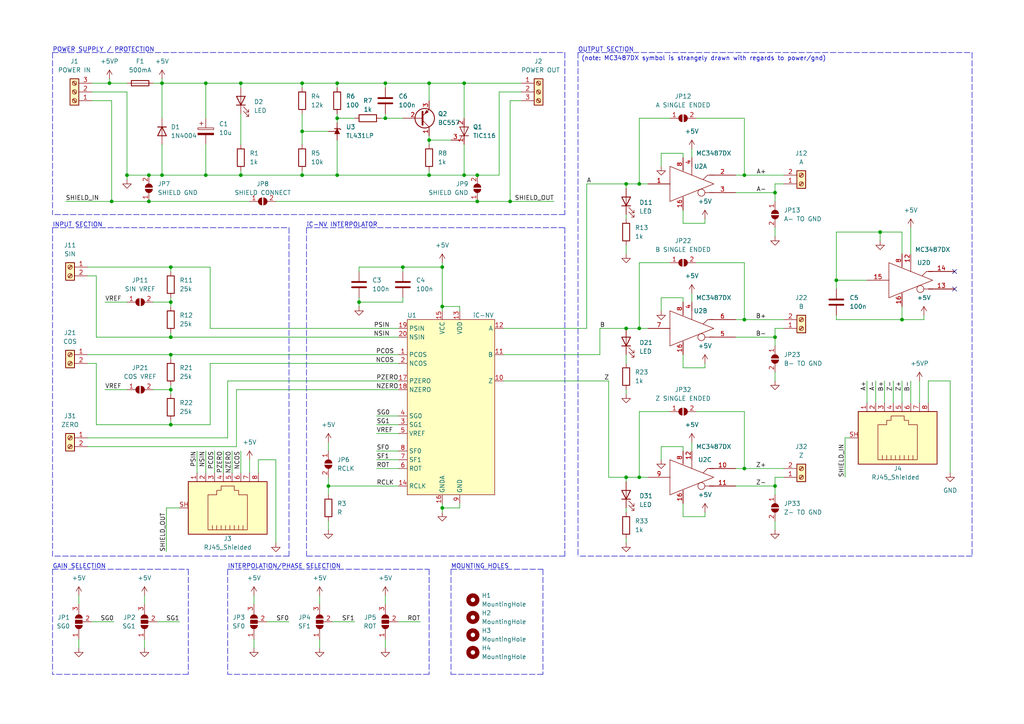
<source format=kicad_sch>
(kicad_sch (version 20211123) (generator eeschema)
  (paper "A4")
  (title_block (title "Sin Cos Interpolator") (date "2024-10-13") (rev "d") (company "Finngineering"))
  (junction (at 242.57 81.28))
  (junction (at 128.27 77.47))
  (junction (at 124.46 24.13))
  (junction (at 59.69 50.8))
  (junction (at 49.53 87.63))
  (junction (at 97.79 50.8))
  (junction (at 134.62 24.13))
  (junction (at 69.85 24.13))
  (junction (at 116.84 77.47))
  (junction (at 181.61 138.43))
  (junction (at 138.43 58.42))
  (junction (at 185.42 53.34))
  (junction (at 43.18 50.8))
  (junction (at 128.27 147.32))
  (junction (at 31.75 24.13))
  (junction (at 87.63 24.13))
  (junction (at 69.85 50.8))
  (junction (at 49.53 123.19))
  (junction (at 46.99 24.13))
  (junction (at 95.25 140.97))
  (junction (at 49.53 113.03))
  (junction (at 36.83 50.8))
  (junction (at 49.53 77.47))
  (junction (at 147.955 58.42))
  (junction (at 185.42 95.25))
  (junction (at 32.385 58.42))
  (junction (at 181.61 95.25))
  (junction (at 128.27 88.9))
  (junction (at 97.79 24.13))
  (junction (at 87.63 38.1))
  (junction (at 255.27 67.31))
  (junction (at 215.9 50.8))
  (junction (at 97.79 34.29))
  (junction (at 124.46 40.64))
  (junction (at 87.63 50.8))
  (junction (at 134.62 50.8))
  (junction (at 224.79 55.88))
  (junction (at 185.42 138.43))
  (junction (at 46.99 50.8))
  (junction (at 124.46 50.8))
  (junction (at 111.76 24.13))
  (junction (at 138.43 50.8))
  (junction (at 104.14 87.63))
  (junction (at 215.9 92.71))
  (junction (at 111.76 34.29))
  (junction (at 224.79 140.97))
  (junction (at 49.53 102.87))
  (junction (at 59.69 24.13))
  (junction (at 181.61 53.34))
  (junction (at 215.9 135.89))
  (junction (at 43.18 58.42))
  (junction (at 224.79 97.79))
  (junction (at 49.53 97.79))
  (junction (at 261.62 92.71))
  (no_connect (at 276.86 78.74))
  (no_connect (at 276.86 83.82))
  (wire (pts (xy 147.955 58.42) (xy 147.955 29.21)))
  (polyline (pts (xy 281.94 161.29) (xy 167.64 161.29)))
  (wire (pts (xy 124.46 24.13) (xy 124.46 29.21)))
  (wire (pts (xy 49.53 123.19) (xy 49.53 121.92)))
  (wire (pts (xy 215.9 119.38) (xy 215.9 135.89)))
  (wire (pts (xy 48.26 160.02) (xy 48.26 147.32)))
  (wire (pts (xy 27.94 80.01) (xy 27.94 97.79)))
  (wire (pts (xy 138.43 50.8) (xy 144.78 50.8)))
  (wire (pts (xy 95.25 151.13) (xy 95.25 153.67)))
  (wire (pts (xy 92.71 185.42) (xy 92.71 187.96)))
  (wire (pts (xy 60.96 123.19) (xy 49.53 123.19)))
  (wire (pts (xy 185.42 138.43) (xy 187.96 138.43)))
  (wire (pts (xy 43.18 50.8) (xy 46.99 50.8)))
  (wire (pts (xy 27.94 105.41) (xy 27.94 123.19)))
  (wire (pts (xy 97.79 34.29) (xy 97.79 35.56)))
  (wire (pts (xy 115.57 180.34) (xy 121.92 180.34)))
  (wire (pts (xy 242.57 67.31) (xy 242.57 81.28)))
  (wire (pts (xy 170.18 53.34) (xy 170.18 95.25)))
  (wire (pts (xy 261.62 110.49) (xy 261.62 116.84)))
  (wire (pts (xy 124.46 40.64) (xy 124.46 41.91)))
  (wire (pts (xy 31.75 24.13) (xy 36.83 24.13)))
  (wire (pts (xy 74.93 133.35) (xy 80.01 133.35)))
  (wire (pts (xy 49.53 102.87) (xy 49.53 104.14)))
  (wire (pts (xy 97.79 50.8) (xy 124.46 50.8)))
  (wire (pts (xy 215.9 135.89) (xy 227.33 135.89)))
  (wire (pts (xy 256.54 110.49) (xy 256.54 116.84)))
  (wire (pts (xy 46.99 50.8) (xy 59.69 50.8)))
  (wire (pts (xy 77.47 180.34) (xy 83.82 180.34)))
  (wire (pts (xy 104.14 77.47) (xy 104.14 78.74)))
  (wire (pts (xy 198.12 102.87) (xy 198.12 106.68)))
  (wire (pts (xy 41.91 185.42) (xy 41.91 187.96)))
  (wire (pts (xy 46.99 24.13) (xy 46.99 34.29)))
  (wire (pts (xy 36.83 52.07) (xy 36.83 50.8)))
  (wire (pts (xy 60.96 105.41) (xy 115.57 105.41)))
  (wire (pts (xy 32.385 29.21) (xy 26.67 29.21)))
  (wire (pts (xy 22.86 185.42) (xy 22.86 187.96)))
  (wire (pts (xy 264.16 110.49) (xy 264.16 116.84)))
  (wire (pts (xy 116.84 87.63) (xy 116.84 86.36)))
  (wire (pts (xy 27.94 123.19) (xy 49.53 123.19)))
  (wire (pts (xy 181.61 147.32) (xy 181.61 148.59)))
  (wire (pts (xy 213.36 55.88) (xy 224.79 55.88)))
  (wire (pts (xy 204.47 149.86) (xy 204.47 148.59)))
  (polyline (pts (xy 163.83 161.29) (xy 88.9 161.29)))
  (polyline (pts (xy 15.24 66.04) (xy 83.82 66.04)))
  (wire (pts (xy 185.42 119.38) (xy 185.42 138.43)))
  (wire (pts (xy 87.63 38.1) (xy 87.63 41.91)))
  (wire (pts (xy 59.69 137.16) (xy 59.69 130.81)))
  (wire (pts (xy 198.12 86.36) (xy 198.12 87.63)))
  (wire (pts (xy 36.83 50.8) (xy 43.18 50.8)))
  (wire (pts (xy 87.63 33.02) (xy 87.63 38.1)))
  (wire (pts (xy 181.61 156.21) (xy 181.61 157.48)))
  (wire (pts (xy 128.27 77.47) (xy 128.27 88.9)))
  (wire (pts (xy 68.58 129.54) (xy 25.4 129.54)))
  (wire (pts (xy 46.99 24.13) (xy 59.69 24.13)))
  (wire (pts (xy 224.79 97.79) (xy 224.79 100.33)))
  (wire (pts (xy 191.77 133.35) (xy 191.77 129.54)))
  (wire (pts (xy 198.12 129.54) (xy 198.12 130.81)))
  (wire (pts (xy 242.57 91.44) (xy 242.57 92.71)))
  (wire (pts (xy 267.97 91.44) (xy 267.97 92.71)))
  (polyline (pts (xy 167.64 15.24) (xy 281.94 15.24)))
  (wire (pts (xy 173.99 95.25) (xy 181.61 95.25)))
  (wire (pts (xy 59.69 50.8) (xy 69.85 50.8)))
  (polyline (pts (xy 83.82 161.29) (xy 15.24 161.29)))
  (wire (pts (xy 60.96 77.47) (xy 49.53 77.47)))
  (wire (pts (xy 134.62 24.13) (xy 151.13 24.13)))
  (wire (pts (xy 201.93 76.2) (xy 215.9 76.2)))
  (polyline (pts (xy 15.24 165.1) (xy 54.61 165.1)))
  (wire (pts (xy 259.08 110.49) (xy 259.08 116.84)))
  (wire (pts (xy 110.49 34.29) (xy 111.76 34.29)))
  (wire (pts (xy 32.385 58.42) (xy 32.385 29.21)))
  (wire (pts (xy 60.96 95.25) (xy 60.96 77.47)))
  (wire (pts (xy 224.79 53.34) (xy 224.79 55.88)))
  (wire (pts (xy 181.61 53.34) (xy 181.61 54.61)))
  (wire (pts (xy 200.66 85.09) (xy 200.66 87.63)))
  (wire (pts (xy 201.93 34.29) (xy 215.9 34.29)))
  (wire (pts (xy 251.46 110.49) (xy 251.46 116.84)))
  (wire (pts (xy 25.4 80.01) (xy 27.94 80.01)))
  (wire (pts (xy 69.85 137.16) (xy 69.85 130.81)))
  (wire (pts (xy 269.24 110.49) (xy 269.24 116.84)))
  (wire (pts (xy 181.61 102.87) (xy 181.61 105.41)))
  (wire (pts (xy 46.99 41.91) (xy 46.99 50.8)))
  (wire (pts (xy 185.42 95.25) (xy 187.96 95.25)))
  (wire (pts (xy 198.12 64.77) (xy 204.47 64.77)))
  (wire (pts (xy 242.57 81.28) (xy 242.57 83.82)))
  (wire (pts (xy 59.69 24.13) (xy 59.69 34.29)))
  (wire (pts (xy 133.35 88.9) (xy 128.27 88.9)))
  (wire (pts (xy 133.35 146.05) (xy 133.35 147.32)))
  (wire (pts (xy 25.4 127) (xy 66.04 127)))
  (wire (pts (xy 124.46 49.53) (xy 124.46 50.8)))
  (wire (pts (xy 44.45 24.13) (xy 46.99 24.13)))
  (wire (pts (xy 138.43 58.42) (xy 147.955 58.42)))
  (wire (pts (xy 224.79 95.25) (xy 224.79 97.79)))
  (wire (pts (xy 25.4 105.41) (xy 27.94 105.41)))
  (wire (pts (xy 194.31 34.29) (xy 185.42 34.29)))
  (wire (pts (xy 181.61 138.43) (xy 185.42 138.43)))
  (wire (pts (xy 73.66 172.72) (xy 73.66 175.26)))
  (wire (pts (xy 45.72 180.34) (xy 52.07 180.34)))
  (polyline (pts (xy 15.24 66.04) (xy 15.24 161.29)))
  (wire (pts (xy 109.22 133.35) (xy 115.57 133.35)))
  (wire (pts (xy 25.4 102.87) (xy 49.53 102.87)))
  (wire (pts (xy 22.86 172.72) (xy 22.86 175.26)))
  (wire (pts (xy 87.63 49.53) (xy 87.63 50.8)))
  (polyline (pts (xy 54.61 165.1) (xy 54.61 195.58)))
  (wire (pts (xy 109.22 125.73) (xy 115.57 125.73)))
  (wire (pts (xy 66.04 110.49) (xy 115.57 110.49)))
  (wire (pts (xy 275.59 110.49) (xy 269.24 110.49)))
  (wire (pts (xy 215.9 34.29) (xy 215.9 50.8)))
  (wire (pts (xy 69.85 50.8) (xy 87.63 50.8)))
  (wire (pts (xy 224.79 138.43) (xy 224.79 140.97)))
  (wire (pts (xy 111.76 172.72) (xy 111.76 175.26)))
  (polyline (pts (xy 167.64 15.24) (xy 167.64 161.29)))
  (polyline (pts (xy 281.94 15.24) (xy 281.94 161.29)))
  (wire (pts (xy 26.67 180.34) (xy 33.02 180.34)))
  (wire (pts (xy 194.31 119.38) (xy 185.42 119.38)))
  (wire (pts (xy 80.01 58.42) (xy 138.43 58.42)))
  (wire (pts (xy 191.77 129.54) (xy 198.12 129.54)))
  (wire (pts (xy 46.99 22.86) (xy 46.99 24.13)))
  (polyline (pts (xy 130.81 165.1) (xy 130.81 195.58)))
  (wire (pts (xy 60.96 105.41) (xy 60.96 123.19)))
  (wire (pts (xy 49.53 113.03) (xy 44.45 113.03)))
  (wire (pts (xy 128.27 147.32) (xy 128.27 148.59)))
  (wire (pts (xy 213.36 50.8) (xy 215.9 50.8)))
  (wire (pts (xy 57.15 137.16) (xy 57.15 130.81)))
  (wire (pts (xy 198.12 106.68) (xy 204.47 106.68)))
  (wire (pts (xy 49.53 86.36) (xy 49.53 87.63)))
  (wire (pts (xy 245.11 127) (xy 246.38 127)))
  (wire (pts (xy 97.79 24.13) (xy 97.79 25.4)))
  (polyline (pts (xy 83.82 66.04) (xy 83.82 161.29)))
  (wire (pts (xy 49.53 113.03) (xy 49.53 114.3)))
  (wire (pts (xy 41.91 172.72) (xy 41.91 175.26)))
  (wire (pts (xy 224.79 151.13) (xy 224.79 153.67)))
  (wire (pts (xy 267.97 92.71) (xy 261.62 92.71)))
  (wire (pts (xy 213.36 97.79) (xy 224.79 97.79)))
  (wire (pts (xy 224.79 55.88) (xy 224.79 58.42)))
  (wire (pts (xy 72.39 137.16) (xy 72.39 133.35)))
  (wire (pts (xy 128.27 88.9) (xy 128.27 90.17)))
  (wire (pts (xy 198.12 45.72) (xy 198.12 44.45)))
  (wire (pts (xy 26.67 26.67) (xy 36.83 26.67)))
  (wire (pts (xy 49.53 87.63) (xy 44.45 87.63)))
  (wire (pts (xy 128.27 77.47) (xy 116.84 77.47)))
  (wire (pts (xy 151.13 26.67) (xy 144.78 26.67)))
  (wire (pts (xy 68.58 113.03) (xy 68.58 129.54)))
  (wire (pts (xy 111.76 34.29) (xy 116.84 34.29)))
  (wire (pts (xy 215.9 92.71) (xy 227.33 92.71)))
  (wire (pts (xy 215.9 50.8) (xy 227.33 50.8)))
  (wire (pts (xy 124.46 40.64) (xy 130.81 40.64)))
  (wire (pts (xy 224.79 107.95) (xy 224.79 110.49)))
  (wire (pts (xy 242.57 81.28) (xy 251.46 81.28)))
  (wire (pts (xy 109.22 130.81) (xy 115.57 130.81)))
  (wire (pts (xy 128.27 76.2) (xy 128.27 77.47)))
  (wire (pts (xy 69.85 24.13) (xy 87.63 24.13)))
  (wire (pts (xy 213.36 135.89) (xy 215.9 135.89)))
  (wire (pts (xy 30.48 113.03) (xy 36.83 113.03)))
  (wire (pts (xy 128.27 146.05) (xy 128.27 147.32)))
  (wire (pts (xy 181.61 95.25) (xy 185.42 95.25)))
  (wire (pts (xy 95.25 128.27) (xy 95.25 130.81)))
  (wire (pts (xy 69.85 49.53) (xy 69.85 50.8)))
  (wire (pts (xy 49.53 87.63) (xy 49.53 88.9)))
  (wire (pts (xy 255.27 67.31) (xy 255.27 69.85)))
  (polyline (pts (xy 157.48 165.1) (xy 157.48 195.58)))
  (polyline (pts (xy 66.04 165.1) (xy 66.04 195.58)))
  (wire (pts (xy 264.16 66.04) (xy 264.16 73.66)))
  (wire (pts (xy 204.47 64.77) (xy 204.47 63.5)))
  (wire (pts (xy 27.94 97.79) (xy 49.53 97.79)))
  (wire (pts (xy 66.04 127) (xy 66.04 110.49)))
  (wire (pts (xy 134.62 41.91) (xy 134.62 50.8)))
  (wire (pts (xy 266.7 110.49) (xy 266.7 116.84)))
  (wire (pts (xy 111.76 24.13) (xy 124.46 24.13)))
  (polyline (pts (xy 163.83 62.23) (xy 15.24 62.23)))
  (wire (pts (xy 170.18 53.34) (xy 181.61 53.34)))
  (wire (pts (xy 185.42 34.29) (xy 185.42 53.34)))
  (wire (pts (xy 30.48 87.63) (xy 36.83 87.63)))
  (wire (pts (xy 104.14 86.36) (xy 104.14 87.63)))
  (wire (pts (xy 67.31 137.16) (xy 67.31 130.81)))
  (polyline (pts (xy 157.48 195.58) (xy 130.81 195.58)))
  (wire (pts (xy 64.77 137.16) (xy 64.77 130.81)))
  (wire (pts (xy 215.9 76.2) (xy 215.9 92.71)))
  (wire (pts (xy 227.33 53.34) (xy 224.79 53.34)))
  (wire (pts (xy 49.53 97.79) (xy 49.53 96.52)))
  (wire (pts (xy 194.31 76.2) (xy 185.42 76.2)))
  (wire (pts (xy 134.62 50.8) (xy 138.43 50.8)))
  (wire (pts (xy 19.05 58.42) (xy 32.385 58.42)))
  (wire (pts (xy 87.63 38.1) (xy 95.25 38.1)))
  (polyline (pts (xy 15.24 165.1) (xy 15.24 195.58)))
  (wire (pts (xy 191.77 90.17) (xy 191.77 86.36)))
  (wire (pts (xy 97.79 33.02) (xy 97.79 34.29)))
  (wire (pts (xy 173.99 102.87) (xy 173.99 95.25)))
  (wire (pts (xy 97.79 34.29) (xy 102.87 34.29)))
  (wire (pts (xy 261.62 88.9) (xy 261.62 92.71)))
  (wire (pts (xy 68.58 113.03) (xy 115.57 113.03)))
  (wire (pts (xy 73.66 185.42) (xy 73.66 187.96)))
  (wire (pts (xy 185.42 53.34) (xy 187.96 53.34)))
  (wire (pts (xy 134.62 24.13) (xy 134.62 34.29)))
  (polyline (pts (xy 88.9 66.04) (xy 163.83 66.04)))
  (wire (pts (xy 146.05 102.87) (xy 173.99 102.87)))
  (wire (pts (xy 147.955 58.42) (xy 160.655 58.42)))
  (wire (pts (xy 185.42 76.2) (xy 185.42 95.25)))
  (wire (pts (xy 191.77 44.45) (xy 191.77 48.26)))
  (wire (pts (xy 224.79 140.97) (xy 224.79 143.51)))
  (wire (pts (xy 116.84 77.47) (xy 116.84 78.74)))
  (wire (pts (xy 104.14 87.63) (xy 116.84 87.63)))
  (wire (pts (xy 124.46 24.13) (xy 134.62 24.13)))
  (wire (pts (xy 96.52 180.34) (xy 102.87 180.34)))
  (wire (pts (xy 198.12 149.86) (xy 204.47 149.86)))
  (wire (pts (xy 204.47 106.68) (xy 204.47 105.41)))
  (wire (pts (xy 69.85 33.02) (xy 69.85 41.91)))
  (wire (pts (xy 200.66 128.27) (xy 200.66 130.81)))
  (wire (pts (xy 227.33 138.43) (xy 224.79 138.43)))
  (wire (pts (xy 74.93 137.16) (xy 74.93 133.35)))
  (wire (pts (xy 147.955 29.21) (xy 151.13 29.21)))
  (wire (pts (xy 224.79 66.04) (xy 224.79 68.58)))
  (wire (pts (xy 124.46 39.37) (xy 124.46 40.64)))
  (wire (pts (xy 111.76 24.13) (xy 111.76 25.4)))
  (wire (pts (xy 198.12 146.05) (xy 198.12 149.86)))
  (wire (pts (xy 261.62 73.66) (xy 261.62 67.31)))
  (wire (pts (xy 133.35 90.17) (xy 133.35 88.9)))
  (wire (pts (xy 80.01 133.35) (xy 80.01 157.48)))
  (wire (pts (xy 109.22 123.19) (xy 115.57 123.19)))
  (wire (pts (xy 111.76 34.29) (xy 111.76 33.02)))
  (wire (pts (xy 275.59 137.16) (xy 275.59 110.49)))
  (wire (pts (xy 87.63 24.13) (xy 97.79 24.13)))
  (wire (pts (xy 31.75 22.86) (xy 31.75 24.13)))
  (wire (pts (xy 92.71 172.72) (xy 92.71 175.26)))
  (wire (pts (xy 49.53 102.87) (xy 115.57 102.87)))
  (wire (pts (xy 124.46 50.8) (xy 134.62 50.8)))
  (wire (pts (xy 176.53 138.43) (xy 181.61 138.43)))
  (wire (pts (xy 181.61 71.12) (xy 181.61 73.66)))
  (wire (pts (xy 181.61 138.43) (xy 181.61 139.7)))
  (wire (pts (xy 49.53 77.47) (xy 49.53 78.74)))
  (wire (pts (xy 87.63 24.13) (xy 87.63 25.4)))
  (wire (pts (xy 111.76 185.42) (xy 111.76 187.96)))
  (wire (pts (xy 227.33 95.25) (xy 224.79 95.25)))
  (wire (pts (xy 176.53 110.49) (xy 176.53 138.43)))
  (wire (pts (xy 62.23 137.16) (xy 62.23 130.81)))
  (polyline (pts (xy 15.24 15.24) (xy 163.83 15.24)))
  (wire (pts (xy 201.93 119.38) (xy 215.9 119.38)))
  (polyline (pts (xy 124.46 195.58) (xy 66.04 195.58)))
  (wire (pts (xy 146.05 110.49) (xy 176.53 110.49)))
  (wire (pts (xy 43.18 58.42) (xy 32.385 58.42)))
  (wire (pts (xy 144.78 26.67) (xy 144.78 50.8)))
  (wire (pts (xy 95.25 140.97) (xy 115.57 140.97)))
  (wire (pts (xy 181.61 53.34) (xy 185.42 53.34)))
  (wire (pts (xy 95.25 138.43) (xy 95.25 140.97)))
  (wire (pts (xy 104.14 77.47) (xy 116.84 77.47)))
  (polyline (pts (xy 88.9 66.04) (xy 88.9 161.29)))
  (wire (pts (xy 181.61 113.03) (xy 181.61 114.3)))
  (wire (pts (xy 59.69 24.13) (xy 69.85 24.13)))
  (wire (pts (xy 59.69 41.91) (xy 59.69 50.8)))
  (wire (pts (xy 60.96 95.25) (xy 115.57 95.25)))
  (wire (pts (xy 49.53 97.79) (xy 115.57 97.79)))
  (polyline (pts (xy 15.24 15.24) (xy 15.24 62.23)))
  (wire (pts (xy 52.07 147.32) (xy 48.26 147.32)))
  (wire (pts (xy 242.57 92.71) (xy 261.62 92.71)))
  (wire (pts (xy 95.25 140.97) (xy 95.25 143.51)))
  (wire (pts (xy 245.11 138.43) (xy 245.11 127)))
  (polyline (pts (xy 130.81 165.1) (xy 157.48 165.1)))
  (polyline (pts (xy 163.83 15.24) (xy 163.83 62.23)))
  (wire (pts (xy 198.12 44.45) (xy 191.77 44.45)))
  (wire (pts (xy 133.35 147.32) (xy 128.27 147.32)))
  (polyline (pts (xy 124.46 165.1) (xy 124.46 195.58)))
  (wire (pts (xy 49.53 111.76) (xy 49.53 113.03)))
  (wire (pts (xy 254 110.49) (xy 254 116.84)))
  (wire (pts (xy 198.12 60.96) (xy 198.12 64.77)))
  (wire (pts (xy 25.4 77.47) (xy 49.53 77.47)))
  (wire (pts (xy 97.79 24.13) (xy 111.76 24.13)))
  (wire (pts (xy 200.66 43.18) (xy 200.66 45.72)))
  (wire (pts (xy 97.79 40.64) (xy 97.79 50.8)))
  (polyline (pts (xy 163.83 66.04) (xy 163.83 161.29)))
  (wire (pts (xy 255.27 67.31) (xy 242.57 67.31)))
  (wire (pts (xy 213.36 92.71) (xy 215.9 92.71)))
  (wire (pts (xy 261.62 67.31) (xy 255.27 67.31)))
  (wire (pts (xy 69.85 24.13) (xy 69.85 25.4)))
  (wire (pts (xy 191.77 86.36) (xy 198.12 86.36)))
  (wire (pts (xy 26.67 24.13) (xy 31.75 24.13)))
  (wire (pts (xy 36.83 26.67) (xy 36.83 50.8)))
  (wire (pts (xy 109.22 120.65) (xy 115.57 120.65)))
  (wire (pts (xy 87.63 50.8) (xy 97.79 50.8)))
  (wire (pts (xy 104.14 88.9) (xy 104.14 87.63)))
  (wire (pts (xy 170.18 95.25) (xy 146.05 95.25)))
  (wire (pts (xy 109.22 135.89) (xy 115.57 135.89)))
  (polyline (pts (xy 54.61 195.58) (xy 15.24 195.58)))
  (wire (pts (xy 213.36 140.97) (xy 224.79 140.97)))
  (wire (pts (xy 181.61 62.23) (xy 181.61 63.5)))
  (polyline (pts (xy 66.04 165.1) (xy 124.46 165.1)))
  (wire (pts (xy 43.18 58.42) (xy 72.39 58.42)))
  (text "POWER SUPPLY / PROTECTION" (at 15.24 15.24 0) (effects (font (size 1.27 1.27)) (justify left bottom)))
  (text "OUTPUT SECTION" (at 167.64 15.24 0) (effects (font (size 1.27 1.27)) (justify left bottom)))
  (text "INPUT SECTION" (at 15.24 66.04 0) (effects (font (size 1.27 1.27)) (justify left bottom)))
  (text "MOUNTING HOLES" (at 130.81 165.1 0) (effects (font (size 1.27 1.27)) (justify left bottom)))
  (text "iC-NV INTERPOLATOR" (at 88.9 66.04 0) (effects (font (size 1.27 1.27)) (justify left bottom)))
  (text " (note: MC3487DX symbol is strangely drawn with regards to power/gnd)" (at 167.64 17.78 0) (effects (font (size 1.27 1.27)) (justify left bottom)))
  (text "GAIN SELECTION" (at 15.24 165.1 0) (effects (font (size 1.27 1.27)) (justify left bottom)))
  (text "INTERPOLATION/PHASE SELECTION" (at 66.04 165.1 0) (effects (font (size 1.27 1.27)) (justify left bottom)))
  (label "NCOS" (at 69.85 130.81 270))
  (label "B+" (at 222.25 92.71 180))
  (label "ROT" (at 121.92 180.34 180))
  (label "PZERO" (at 64.77 130.81 270))
  (label "NSIN" (at 113.03 97.79 180))
  (label "NSIN" (at 59.69 130.81 270))
  (label "VREF" (at 30.48 87.63 0))
  (label "SF1" (at 109.22 133.35 0))
  (label "SF0" (at 83.82 180.34 180))
  (label "Z+" (at 222.25 135.89 180))
  (label "SHIELD_OUT" (at 160.655 58.42 180))
  (label "PSIN" (at 57.15 130.81 270))
  (label "VREF" (at 30.48 113.03 0))
  (label "RCLK" (at 109.22 140.97 0))
  (label "B" (at 173.99 95.25 0))
  (label "Z" (at 175.26 110.49 0))
  (label "NZERO" (at 115.57 113.03 180))
  (label "PSIN" (at 113.03 95.25 180))
  (label "SG0" (at 33.02 180.34 180))
  (label "Z-" (at 222.25 140.97 180))
  (label "A+" (at 222.25 50.8 180))
  (label "SHIELD_OUT" (at 48.26 160.02 90))
  (label "VREF" (at 109.22 125.73 0))
  (label "A-" (at 222.25 55.88 180))
  (label "A+" (at 251.46 110.49 270))
  (label "PZERO" (at 115.57 110.49 180))
  (label "NZERO" (at 67.31 130.81 270))
  (label "A" (at 170.18 53.34 0))
  (label "ROT" (at 109.22 135.89 0))
  (label "B+" (at 256.54 110.49 270))
  (label "SHIELD_IN" (at 245.11 138.43 90))
  (label "Z-" (at 259.08 110.49 270))
  (label "B-" (at 222.25 97.79 180))
  (label "B-" (at 264.16 110.49 270))
  (label "SG1" (at 52.07 180.34 180))
  (label "SG0" (at 109.22 120.65 0))
  (label "A-" (at 254 110.49 270))
  (label "SF0" (at 109.22 130.81 0))
  (label "NCOS" (at 114.3 105.41 180))
  (label "SG1" (at 109.22 123.19 0))
  (label "PCOS" (at 114.3 102.87 180))
  (label "SF1" (at 102.87 180.34 180))
  (label "SHIELD_IN" (at 19.05 58.42 0))
  (label "PCOS" (at 62.23 130.81 270))
  (label "Z+" (at 261.62 110.49 270))
  (symbol (lib_id "power:+5V") (at 264.16 66.04 0) (unit 1)
    (property "Reference" "#PWR031" (effects hide))
    (property "Value" "+5V" (at 264.16 60.96 0))
  )
  (symbol (lib_id "power:+5V") (at 204.47 105.41 0) (unit 1)
    (property "Reference" "#PWR0110" (effects hide))
    (property "Value" "+5V" (at 204.47 100.33 0))
  )
  (symbol (lib_id "Jumper:SolderJumper_2_Open") (at 40.64 113.03 0) (unit 1)
    (property "Reference" "JP21" (at 40.64 106.68 0))
    (property "Value" "COS VREF" (at 40.64 109.22 0))
    (property "Footprint" "Jumper:SolderJumper-2_P1.3mm_Open_RoundedPad1.0x1.5mm" (effects hide))
  )
  (symbol (lib_id "power:GND") (at 224.79 68.58 0) (unit 1)
    (property "Reference" "#PWR027" (effects hide))
    (property "Value" "GND" (effects hide))
  )
  (symbol (lib_id "power:GND") (at 191.77 133.35 0) (unit 1)
    (property "Reference" "#PWR0113" (effects hide))
    (property "Value" "GND" (effects hide))
  )
  (symbol (lib_id "Device:R") (at 95.25 147.32 0) (unit 1)
    (property "Reference" "R3" (at 97.79 146.0499 0) (effects (justify left)))
    (property "Value" "R" (at 97.79 148.5899 0) (effects (justify left)))
    (property "Footprint" "Resistor_THT:R_Axial_DIN0207_L6.3mm_D2.5mm_P10.16mm_Horizontal" (effects hide))
  )
  (symbol (lib_id "Connector:Screw_Terminal_01x03") (at 21.59 26.67 180) (unit 1)
    (property "Reference" "J1" (at 21.59 17.78 0))
    (property "Value" "POWER IN" (at 21.59 20.32 0))
    (property "Footprint" "TerminalBlock_Phoenix:TerminalBlock_Phoenix_MKDS-1,5-3-5.08_1x03_P5.08mm_Horizontal" (effects hide))
  )
  (symbol (lib_id "power:+5V") (at 200.66 43.18 0) (unit 1)
    (property "Reference" "#PWR021" (effects hide))
    (property "Value" "+5V" (at 200.66 38.1 0))
  )
  (symbol (lib_id "Connector:Screw_Terminal_01x02") (at 232.41 138.43 0) (mirror x) (unit 1)
    (property "Reference" "J32" (at 232.41 129.54 0))
    (property "Value" "Z" (at 232.41 132.08 0))
    (property "Footprint" "TerminalBlock_Phoenix:TerminalBlock_Phoenix_MKDS-1,5-2-5.08_1x02_P5.08mm_Horizontal" (effects hide))
  )
  (symbol (lib_id "Transistor_BJT:BC557") (at 121.92 34.29 0) (mirror x) (unit 1)
    (property "Reference" "Q2" (at 127 33.0199 0) (effects (justify left)))
    (property "Value" "BC557" (at 127 35.5599 0) (effects (justify left)))
    (property "Footprint" "Package_TO_SOT_THT:TO-92_Inline" (effects hide))
    (property "Datasheet" "https://www.onsemi.com/pub/Collateral/BC556BTA-D.pdf" (effects hide))
  )
  (symbol (lib_id "Device:R") (at 69.85 45.72 0) (unit 1)
    (property "Reference" "R1" (at 72.39 44.4499 0) (effects (justify left)))
    (property "Value" "1k" (at 72.39 46.9899 0) (effects (justify left)))
    (property "Footprint" "Resistor_THT:R_Axial_DIN0207_L6.3mm_D2.5mm_P10.16mm_Horizontal" (effects hide))
  )
  (symbol (lib_id "Mechanical:MountingHole") (at 137.16 173.99 0) (unit 1)
    (property "Reference" "H1" (at 139.7 172.7199 0) (effects (justify left)))
    (property "Value" "MountingHole" (at 139.7 175.2599 0) (effects (justify left)))
    (property "Footprint" "MountingHole:MountingHole_3.2mm_M3_ISO14580" (effects hide))
  )
  (symbol (lib_id "Device:R") (at 106.68 34.29 90) (unit 1)
    (property "Reference" "R7" (at 106.68 29.21 90))
    (property "Value" "1k" (at 106.68 31.75 90))
    (property "Footprint" "Resistor_THT:R_Axial_DIN0207_L6.3mm_D2.5mm_P10.16mm_Horizontal" (effects hide))
  )
  (symbol (lib_id "power:GND") (at 92.71 187.96 0) (unit 1)
    (property "Reference" "#PWR012" (effects hide))
    (property "Value" "GND" (effects hide))
  )
  (symbol (lib_id "Interface_LineDriver:MC3487DX") (at 200.66 53.34 0) (mirror x) (unit 1)
    (property "Reference" "U2" (at 203.2 48.26 0))
    (property "Value" "MC3487DX" (at 207.01 44.45 0))
    (property "Footprint" "Package_SO:SOIC-16_3.9x9.9mm_P1.27mm" (effects hide))
    (property "Datasheet" "http://www.ti.com/lit/ds/symlink/mc3487.pdf" (effects hide))
  )
  (symbol (lib_id "Device:R") (at 49.53 107.95 0) (unit 1)
    (property "Reference" "R21" (at 52.07 106.6799 0) (effects (justify left)))
    (property "Value" "25k" (at 52.07 109.2199 0) (effects (justify left)))
    (property "Footprint" "Resistor_THT:R_Axial_DIN0207_L6.3mm_D2.5mm_P2.54mm_Vertical" (effects hide))
  )
  (symbol (lib_id "power:GND") (at 224.79 153.67 0) (unit 1)
    (property "Reference" "#PWR029" (effects hide))
    (property "Value" "GND" (effects hide))
  )
  (symbol (lib_id "Device:C") (at 242.57 87.63 0) (unit 1)
    (property "Reference" "C5" (at 246.38 86.3599 0) (effects (justify left)))
    (property "Value" "100n" (at 246.38 88.8999 0) (effects (justify left)))
    (property "Footprint" "Capacitor_THT:C_Disc_D5.0mm_W2.5mm_P2.50mm" (effects hide))
  )
  (symbol (lib_id "power:GND") (at 95.25 153.67 0) (unit 1)
    (property "Reference" "#PWR010" (effects hide))
    (property "Value" "GND" (effects hide))
  )
  (symbol (lib_id "power:GND") (at 73.66 187.96 0) (unit 1)
    (property "Reference" "#PWR08" (effects hide))
    (property "Value" "GND" (effects hide))
  )
  (symbol (lib_id "power:GND") (at 128.27 148.59 0) (unit 1)
    (property "Reference" "#PWR017" (effects hide))
    (property "Value" "GND" (effects hide))
  )
  (symbol (lib_id "Mechanical:MountingHole") (at 137.16 189.23 0) (unit 1)
    (property "Reference" "H4" (at 139.7 187.9599 0) (effects (justify left)))
    (property "Value" "MountingHole" (at 139.7 190.4999 0) (effects (justify left)))
    (property "Footprint" "MountingHole:MountingHole_3.2mm_M3_ISO14580" (effects hide))
  )
  (symbol (lib_id "Jumper:SolderJumper_3_Open") (at 92.71 180.34 90) (unit 1)
    (property "Reference" "JP4" (at 90.17 179.0699 90) (effects (justify left)))
    (property "Value" "SF1" (at 90.17 181.6099 90) (effects (justify left)))
    (property "Footprint" "Jumper:SolderJumper-3_P1.3mm_Open_RoundedPad1.0x1.5mm" (effects hide))
  )
  (symbol (lib_id "Device:R") (at 181.61 152.4 0) (unit 1)
    (property "Reference" "R33" (at 184.15 151.1299 0) (effects (justify left)))
    (property "Value" "1k" (at 184.15 153.6699 0) (effects (justify left)))
    (property "Footprint" "Resistor_THT:R_Axial_DIN0207_L6.3mm_D2.5mm_P10.16mm_Horizontal" (effects hide))
  )
  (symbol (lib_id "Device:R") (at 49.53 82.55 0) (unit 1)
    (property "Reference" "R11" (at 52.07 81.2799 0) (effects (justify left)))
    (property "Value" "25k" (at 52.07 83.8199 0) (effects (justify left)))
    (property "Footprint" "Resistor_THT:R_Axial_DIN0207_L6.3mm_D2.5mm_P2.54mm_Vertical" (effects hide))
  )
  (symbol (lib_id "Jumper:SolderJumper_2_Open") (at 43.18 54.61 90) (unit 1)
    (property "Reference" "JP7" (at 45.72 53.3399 90) (effects (justify right)))
    (property "Value" "SHIELD GND" (at 45.72 55.8799 90) (effects (justify right)))
    (property "Footprint" "Jumper:SolderJumper-2_P1.3mm_Open_RoundedPad1.0x1.5mm" (effects hide))
  )
  (symbol (lib_id "power:+5V") (at 111.76 172.72 0) (unit 1)
    (property "Reference" "#PWR014" (effects hide))
    (property "Value" "+5V" (at 111.76 167.64 0))
  )
  (symbol (lib_id "Mechanical:MountingHole") (at 137.16 179.07 0) (unit 1)
    (property "Reference" "H2" (at 139.7 177.7999 0) (effects (justify left)))
    (property "Value" "MountingHole" (at 139.7 180.3399 0) (effects (justify left)))
    (property "Footprint" "MountingHole:MountingHole_3.2mm_M3_ISO14580" (effects hide))
  )
  (symbol (lib_id "SinCos Interpolator Symbols:iC-NV") (at 130.81 118.11 0) (unit 1)
    (property "Reference" "U1" (at 118.11 91.44 0) (effects (justify left)))
    (property "Value" "iC-NV" (at 137.16 91.44 0) (effects (justify left)))
    (property "Footprint" "Package_SO:TSSOP-20_4.4x6.5mm_P0.65mm" (effects hide))
    (property "Datasheet" "https://www.ichaus.de/upload/pdf/NV_NVH_datasheet_E1en.pdf" (effects hide))
  )
  (symbol (lib_id "power:GND") (at 22.86 187.96 0) (unit 1)
    (property "Reference" "#PWR02" (effects hide))
    (property "Value" "GND" (effects hide))
  )
  (symbol (lib_id "power:GND") (at 181.61 73.66 0) (unit 1)
    (property "Reference" "#PWR018" (effects hide))
    (property "Value" "GND" (effects hide))
  )
  (symbol (lib_id "power:GND") (at 41.91 187.96 0) (unit 1)
    (property "Reference" "#PWR05" (effects hide))
    (property "Value" "GND" (effects hide))
  )
  (symbol (lib_id "power:+5VP") (at 266.7 110.49 0) (mirror y) (unit 1)
    (property "Reference" "#PWR0103" (effects hide))
    (property "Value" "+5VP" (at 266.7 105.41 0))
  )
  (symbol (lib_id "Jumper:SolderJumper_3_Open") (at 111.76 180.34 90) (unit 1)
    (property "Reference" "JP5" (at 109.22 179.0699 90) (effects (justify left)))
    (property "Value" "ROT" (at 109.22 181.6099 90) (effects (justify left)))
    (property "Footprint" "Jumper:SolderJumper-3_P1.3mm_Open_RoundedPad1.0x1.5mm" (effects hide))
  )
  (symbol (lib_id "Jumper:SolderJumper_2_Open") (at 224.79 147.32 270) (unit 1)
    (property "Reference" "JP33" (at 227.33 146.0499 90) (effects (justify left)))
    (property "Value" "Z- TO GND" (at 227.33 148.5899 90) (effects (justify left)))
    (property "Footprint" "Jumper:SolderJumper-2_P1.3mm_Open_RoundedPad1.0x1.5mm" (effects hide))
  )
  (symbol (lib_id "Connector:Screw_Terminal_01x03") (at 156.21 26.67 0) (unit 1)
    (property "Reference" "J2" (at 154.94 17.78 0) (effects (justify left)))
    (property "Value" "POWER OUT" (at 151.13 20.32 0) (effects (justify left)))
    (property "Footprint" "TerminalBlock_Phoenix:TerminalBlock_Phoenix_MKDS-1,5-3-5.08_1x03_P5.08mm_Horizontal" (effects hide))
  )
  (symbol (lib_id "power:GND") (at 275.59 137.16 0) (mirror y) (unit 1)
    (property "Reference" "#PWR0104" (effects hide))
    (property "Value" "GND" (at 275.59 142.24 0))
  )
  (symbol (lib_id "power:+5VP") (at 31.75 22.86 0) (unit 1)
    (property "Reference" "#PWR0105" (effects hide))
    (property "Value" "+5VP" (at 31.75 17.78 0))
  )
  (symbol (lib_id "Reference_Voltage:TL431LP") (at 97.79 38.1 90) (unit 1)
    (property "Reference" "U3" (at 100.33 36.8299 90) (effects (justify right)))
    (property "Value" "TL431LP" (at 100.33 39.3699 90) (effects (justify right)))
    (property "Footprint" "Package_TO_SOT_THT:TO-92_Inline" (effects hide))
    (property "Datasheet" "http://www.ti.com/lit/ds/symlink/tl431.pdf" (effects hide))
  )
  (symbol (lib_id "Device:R") (at 49.53 118.11 0) (unit 1)
    (property "Reference" "R22" (at 52.07 116.8399 0) (effects (justify left)))
    (property "Value" "25k" (at 52.07 119.3799 0) (effects (justify left)))
    (property "Footprint" "Resistor_THT:R_Axial_DIN0207_L6.3mm_D2.5mm_P2.54mm_Vertical" (effects hide))
  )
  (symbol (lib_id "Jumper:SolderJumper_2_Open") (at 76.2 58.42 0) (unit 1)
    (property "Reference" "JP8" (at 76.2 53.34 0))
    (property "Value" "SHIELD CONNECT" (at 76.2 55.88 0))
    (property "Footprint" "Jumper:SolderJumper-2_P1.3mm_Open_RoundedPad1.0x1.5mm" (effects hide))
  )
  (symbol (lib_id "Jumper:SolderJumper_3_Open") (at 41.91 180.34 90) (unit 1)
    (property "Reference" "JP2" (at 39.37 179.0699 90) (effects (justify left)))
    (property "Value" "SG1" (at 39.37 181.6099 90) (effects (justify left)))
    (property "Footprint" "Jumper:SolderJumper-3_P1.3mm_Open_RoundedPad1.0x1.5mm" (effects hide))
  )
  (symbol (lib_id "Device:LED") (at 181.61 99.06 90) (unit 1)
    (property "Reference" "D21" (at 185.42 99.3774 90) (effects (justify right)))
    (property "Value" "LED" (at 185.42 101.9174 90) (effects (justify right)))
    (property "Footprint" "LED_THT:LED_D3.0mm" (effects hide))
  )
  (symbol (lib_id "power:+5V") (at 41.91 172.72 0) (unit 1)
    (property "Reference" "#PWR04" (effects hide))
    (property "Value" "+5V" (at 41.91 167.64 0))
  )
  (symbol (lib_id "Device:D") (at 46.99 38.1 270) (unit 1)
    (property "Reference" "D1" (at 49.53 36.8299 90) (effects (justify left)))
    (property "Value" "1N4004" (at 49.53 39.37 90) (effects (justify left)))
    (property "Footprint" "Diode_THT:D_DO-41_SOD81_P10.16mm_Horizontal" (effects hide))
  )
  (symbol (lib_id "power:+5V") (at 92.71 172.72 0) (unit 1)
    (property "Reference" "#PWR011" (effects hide))
    (property "Value" "+5V" (at 92.71 167.64 0))
  )
  (symbol (lib_id "Jumper:SolderJumper_2_Open") (at 198.12 119.38 0) (unit 1)
    (property "Reference" "JP32" (at 198.12 113.03 0))
    (property "Value" "Z SINGLE ENDED" (at 198.12 115.57 0))
    (property "Footprint" "Jumper:SolderJumper-2_P1.3mm_Open_RoundedPad1.0x1.5mm" (effects hide))
  )
  (symbol (lib_id "power:+5V") (at 72.39 133.35 0) (mirror y) (unit 1)
    (property "Reference" "#PWR0102" (effects hide))
    (property "Value" "+5V" (at 72.39 128.27 0))
  )
  (symbol (lib_id "Device:LED") (at 181.61 143.51 90) (unit 1)
    (property "Reference" "D31" (at 185.42 143.8274 90) (effects (justify right)))
    (property "Value" "LED" (at 185.42 146.3674 90) (effects (justify right)))
    (property "Footprint" "LED_THT:LED_D3.0mm" (effects hide))
  )
  (symbol (lib_id "power:GND") (at 191.77 90.17 0) (unit 1)
    (property "Reference" "#PWR0111" (effects hide))
    (property "Value" "GND" (effects hide))
  )
  (symbol (lib_id "power:+5V") (at 73.66 172.72 0) (unit 1)
    (property "Reference" "#PWR07" (effects hide))
    (property "Value" "+5V" (at 73.66 167.64 0))
  )
  (symbol (lib_id "Jumper:SolderJumper_2_Open") (at 138.43 54.61 270) (mirror x) (unit 1)
    (property "Reference" "JP9" (at 135.89 53.3399 90) (effects (justify right)))
    (property "Value" "SHIELD GND" (at 135.89 55.8799 90) (effects (justify right)))
    (property "Footprint" "Jumper:SolderJumper-2_P1.3mm_Open_RoundedPad1.0x1.5mm" (effects hide))
  )
  (symbol (lib_id "Jumper:SolderJumper_2_Open") (at 40.64 87.63 0) (unit 1)
    (property "Reference" "JP11" (at 40.64 81.28 0))
    (property "Value" "SIN VREF" (at 40.64 83.82 0))
    (property "Footprint" "Jumper:SolderJumper-2_P1.3mm_Open_RoundedPad1.0x1.5mm" (effects hide))
  )
  (symbol (lib_id "Triac_Thyristor:TIC116") (at 134.62 38.1 0) (unit 1)
    (property "Reference" "Q1" (at 137.16 36.8299 0) (effects (justify left)))
    (property "Value" "TIC116" (at 137.16 39.3699 0) (effects (justify left)))
    (property "Footprint" "Package_TO_SOT_THT:TO-220-3_Vertical" (effects hide))
    (property "Datasheet" "https://www.princeton.edu/~mae412/HANDOUTS/Datasheets/TIC116.pdf" (effects hide))
  )
  (symbol (lib_id "Connector:Screw_Terminal_01x02") (at 20.32 127 0) (mirror y) (unit 1)
    (property "Reference" "J31" (at 20.32 120.65 0))
    (property "Value" "ZERO" (at 20.32 123.19 0))
    (property "Footprint" "TerminalBlock_Phoenix:TerminalBlock_Phoenix_MKDS-1,5-2-5.08_1x02_P5.08mm_Horizontal" (effects hide))
  )
  (symbol (lib_id "Device:Fuse") (at 40.64 24.13 90) (unit 1)
    (property "Reference" "F1" (at 40.64 17.78 90))
    (property "Value" "500mA" (at 40.64 20.32 90))
    (property "Footprint" "Fuse:Fuseholder_Clip-5x20mm_Littelfuse_520_Inline_P20.50x5.80mm_D1.30mm_Horizontal" (effects hide))
  )
  (symbol (lib_id "power:GND") (at 181.61 157.48 0) (unit 1)
    (property "Reference" "#PWR020" (effects hide))
    (property "Value" "GND" (effects hide))
  )
  (symbol (lib_id "power:+5V") (at 22.86 172.72 0) (unit 1)
    (property "Reference" "#PWR01" (effects hide))
    (property "Value" "+5V" (at 22.86 167.64 0))
  )
  (symbol (lib_id "power:GND") (at 181.61 114.3 0) (unit 1)
    (property "Reference" "#PWR019" (effects hide))
    (property "Value" "GND" (effects hide))
  )
  (symbol (lib_id "Interface_LineDriver:MC3487DX") (at 200.66 138.43 0) (mirror x) (unit 3)
    (property "Reference" "U2" (at 204.47 133.35 0))
    (property "Value" "MC3487DX" (at 207.01 129.54 0))
    (property "Footprint" "Package_SO:SOIC-16_3.9x9.9mm_P1.27mm" (effects hide))
    (property "Datasheet" "http://www.ti.com/lit/ds/symlink/mc3487.pdf" (effects hide))
  )
  (symbol (lib_id "power:GND") (at 104.14 88.9 0) (unit 1)
    (property "Reference" "#PWR013" (effects hide))
    (property "Value" "GND" (effects hide))
  )
  (symbol (lib_id "Mechanical:MountingHole") (at 137.16 184.15 0) (unit 1)
    (property "Reference" "H3" (at 139.7 182.8799 0) (effects (justify left)))
    (property "Value" "MountingHole" (at 139.7 185.4199 0) (effects (justify left)))
    (property "Footprint" "MountingHole:MountingHole_3.2mm_M3_ISO14580" (effects hide))
  )
  (symbol (lib_id "Interface_LineDriver:MC3487DX") (at 200.66 95.25 0) (mirror x) (unit 2)
    (property "Reference" "U2" (at 203.2 90.17 0))
    (property "Value" "MC3487DX" (at 207.01 86.36 0))
    (property "Footprint" "Package_SO:SOIC-16_3.9x9.9mm_P1.27mm" (effects hide))
    (property "Datasheet" "http://www.ti.com/lit/ds/symlink/mc3487.pdf" (effects hide))
  )
  (symbol (lib_id "Jumper:SolderJumper_2_Open") (at 224.79 62.23 270) (unit 1)
    (property "Reference" "JP13" (at 227.33 60.9599 90) (effects (justify left)))
    (property "Value" "A- TO GND" (at 227.33 63.4999 90) (effects (justify left)))
    (property "Footprint" "Jumper:SolderJumper-2_P1.3mm_Open_RoundedPad1.0x1.5mm" (effects hide))
  )
  (symbol (lib_id "Device:R") (at 97.79 29.21 0) (unit 1)
    (property "Reference" "R6" (at 100.33 27.9399 0) (effects (justify left)))
    (property "Value" "100" (at 100.33 30.4799 0) (effects (justify left)))
    (property "Footprint" "Resistor_THT:R_Axial_DIN0207_L6.3mm_D2.5mm_P10.16mm_Horizontal" (effects hide))
  )
  (symbol (lib_id "power:+5V") (at 200.66 85.09 0) (unit 1)
    (property "Reference" "#PWR023" (effects hide))
    (property "Value" "+5V" (at 200.66 80.01 0))
  )
  (symbol (lib_id "Device:R") (at 181.61 109.22 0) (unit 1)
    (property "Reference" "R23" (at 184.15 107.9499 0) (effects (justify left)))
    (property "Value" "1k" (at 184.15 110.4899 0) (effects (justify left)))
    (property "Footprint" "Resistor_THT:R_Axial_DIN0207_L6.3mm_D2.5mm_P10.16mm_Horizontal" (effects hide))
  )
  (symbol (lib_id "Device:C") (at 111.76 29.21 0) (unit 1)
    (property "Reference" "C6" (at 115.57 27.9399 0) (effects (justify left)))
    (property "Value" "100n" (at 115.57 30.4799 0) (effects (justify left)))
    (property "Footprint" "Capacitor_THT:C_Disc_D5.0mm_W2.5mm_P2.50mm" (effects hide))
  )
  (symbol (lib_id "Jumper:SolderJumper_2_Open") (at 224.79 104.14 270) (unit 1)
    (property "Reference" "JP23" (at 227.33 102.8699 90) (effects (justify left)))
    (property "Value" "B- TO GND" (at 227.33 105.4099 90) (effects (justify left)))
    (property "Footprint" "Jumper:SolderJumper-2_P1.3mm_Open_RoundedPad1.0x1.5mm" (effects hide))
  )
  (symbol (lib_id "Interface_LineDriver:MC3487DX") (at 264.16 81.28 0) (mirror x) (unit 4)
    (property "Reference" "U2" (at 267.97 76.2 0))
    (property "Value" "MC3487DX" (at 270.51 72.39 0))
    (property "Footprint" "Package_SO:SOIC-16_3.9x9.9mm_P1.27mm" (effects hide))
    (property "Datasheet" "http://www.ti.com/lit/ds/symlink/mc3487.pdf" (effects hide))
  )
  (symbol (lib_id "Connector:Screw_Terminal_01x02") (at 232.41 95.25 0) (mirror x) (unit 1)
    (property "Reference" "J22" (at 232.41 86.36 0))
    (property "Value" "B" (at 232.41 88.9 0))
    (property "Footprint" "TerminalBlock_Phoenix:TerminalBlock_Phoenix_MKDS-1,5-2-5.08_1x02_P5.08mm_Horizontal" (effects hide))
  )
  (symbol (lib_id "Device:C_Polarized") (at 59.69 38.1 0) (unit 1)
    (property "Reference" "C1" (at 63.5 35.9409 0) (effects (justify left)))
    (property "Value" "10u" (at 63.5 38.4809 0) (effects (justify left)))
    (property "Footprint" "Capacitor_THT:CP_Radial_D7.5mm_P2.50mm" (effects hide))
  )
  (symbol (lib_id "power:+5V") (at 95.25 128.27 0) (unit 1)
    (property "Reference" "#PWR09" (effects hide))
    (property "Value" "+5V" (at 95.25 123.19 0))
  )
  (symbol (lib_id "power:+5V") (at 204.47 148.59 0) (unit 1)
    (property "Reference" "#PWR0109" (effects hide))
    (property "Value" "+5V" (at 204.47 143.51 0))
  )
  (symbol (lib_id "Device:C") (at 116.84 82.55 0) (unit 1)
    (property "Reference" "C4" (at 120.65 81.2799 0) (effects (justify left)))
    (property "Value" "100n" (at 120.65 83.8199 0) (effects (justify left)))
    (property "Footprint" "Capacitor_THT:C_Disc_D5.0mm_W2.5mm_P2.50mm" (effects hide))
  )
  (symbol (lib_id "power:GND") (at 36.83 52.07 0) (unit 1)
    (property "Reference" "#PWR03" (effects hide))
    (property "Value" "GND" (effects hide))
  )
  (symbol (lib_id "Device:LED") (at 69.85 29.21 90) (unit 1)
    (property "Reference" "D2" (at 73.66 29.5274 90) (effects (justify right)))
    (property "Value" "LED" (at 73.66 32.0674 90) (effects (justify right)))
    (property "Footprint" "LED_THT:LED_D3.0mm" (effects hide))
  )
  (symbol (lib_id "Connector:Screw_Terminal_01x02") (at 20.32 77.47 0) (mirror y) (unit 1)
    (property "Reference" "J11" (at 20.32 71.12 0))
    (property "Value" "SIN" (at 20.32 73.66 0))
    (property "Footprint" "TerminalBlock_Phoenix:TerminalBlock_Phoenix_MKDS-1,5-2-5.08_1x02_P5.08mm_Horizontal" (effects hide))
  )
  (symbol (lib_id "power:+5V") (at 200.66 128.27 0) (unit 1)
    (property "Reference" "#PWR025" (effects hide))
    (property "Value" "+5V" (at 200.66 123.19 0))
  )
  (symbol (lib_id "power:+5V") (at 128.27 76.2 0) (unit 1)
    (property "Reference" "#PWR016" (effects hide))
    (property "Value" "+5V" (at 128.27 71.12 0))
  )
  (symbol (lib_id "Connector:Screw_Terminal_01x02") (at 20.32 102.87 0) (mirror y) (unit 1)
    (property "Reference" "J21" (at 20.32 96.52 0))
    (property "Value" "COS" (at 20.32 99.06 0))
    (property "Footprint" "TerminalBlock_Phoenix:TerminalBlock_Phoenix_MKDS-1,5-2-5.08_1x02_P5.08mm_Horizontal" (effects hide))
  )
  (symbol (lib_id "power:GND") (at 191.77 48.26 0) (unit 1)
    (property "Reference" "#PWR0106" (effects hide))
    (property "Value" "GND" (effects hide))
  )
  (symbol (lib_id "Connector:RJ45_Shielded") (at 64.77 147.32 270) (mirror x) (unit 1)
    (property "Reference" "J3" (at 66.04 156.21 90))
    (property "Value" "RJ45_Shielded" (at 66.04 158.75 90))
    (property "Footprint" "SinCos Interpolator Footprints:RJ45_Molex_855085001" (effects hide))
  )
  (symbol (lib_id "power:+5V") (at 204.47 63.5 0) (unit 1)
    (property "Reference" "#PWR0107" (effects hide))
    (property "Value" "+5V" (at 204.47 58.42 0))
  )
  (symbol (lib_id "Connector:Screw_Terminal_01x02") (at 232.41 53.34 0) (mirror x) (unit 1)
    (property "Reference" "J12" (at 232.41 44.45 0))
    (property "Value" "A" (at 232.41 46.99 0))
    (property "Footprint" "TerminalBlock_Phoenix:TerminalBlock_Phoenix_MKDS-1,5-2-5.08_1x02_P5.08mm_Horizontal" (effects hide))
  )
  (symbol (lib_id "Device:R") (at 181.61 67.31 0) (unit 1)
    (property "Reference" "R13" (at 184.15 66.0399 0) (effects (justify left)))
    (property "Value" "1k" (at 184.15 68.5799 0) (effects (justify left)))
    (property "Footprint" "Resistor_THT:R_Axial_DIN0207_L6.3mm_D2.5mm_P10.16mm_Horizontal" (effects hide))
  )
  (symbol (lib_id "Jumper:SolderJumper_2_Open") (at 198.12 34.29 0) (unit 1)
    (property "Reference" "JP12" (at 198.12 27.94 0))
    (property "Value" "A SINGLE ENDED" (at 198.12 30.48 0))
    (property "Footprint" "Jumper:SolderJumper-2_P1.3mm_Open_RoundedPad1.0x1.5mm" (effects hide))
  )
  (symbol (lib_id "power:GND") (at 111.76 187.96 0) (unit 1)
    (property "Reference" "#PWR015" (effects hide))
    (property "Value" "GND" (effects hide))
  )
  (symbol (lib_id "Jumper:SolderJumper_3_Open") (at 22.86 180.34 90) (unit 1)
    (property "Reference" "JP1" (at 20.32 179.0699 90) (effects (justify left)))
    (property "Value" "SG0" (at 20.32 181.6099 90) (effects (justify left)))
    (property "Footprint" "Jumper:SolderJumper-3_P1.3mm_Open_RoundedPad1.0x1.5mm" (effects hide))
  )
  (symbol (lib_id "power:GND") (at 255.27 69.85 0) (unit 1)
    (property "Reference" "#PWR0112" (effects hide))
    (property "Value" "GND" (effects hide))
  )
  (symbol (lib_id "Device:LED") (at 181.61 58.42 90) (unit 1)
    (property "Reference" "D11" (at 185.42 58.7374 90) (effects (justify right)))
    (property "Value" "LED" (at 185.42 61.2774 90) (effects (justify right)))
    (property "Footprint" "LED_THT:LED_D3.0mm" (effects hide))
  )
  (symbol (lib_id "Jumper:SolderJumper_2_Open") (at 95.25 134.62 270) (unit 1)
    (property "Reference" "JP6" (at 97.79 133.3499 90) (effects (justify left)))
    (property "Value" "RCLK" (at 97.79 135.8899 90) (effects (justify left)))
    (property "Footprint" "Jumper:SolderJumper-2_P1.3mm_Open_RoundedPad1.0x1.5mm" (effects hide))
  )
  (symbol (lib_id "Device:R") (at 87.63 45.72 0) (unit 1)
    (property "Reference" "R5" (at 90.17 44.4499 0) (effects (justify left)))
    (property "Value" "10k" (at 90.17 46.9899 0) (effects (justify left)))
    (property "Footprint" "Resistor_THT:R_Axial_DIN0207_L6.3mm_D2.5mm_P10.16mm_Horizontal" (effects hide))
  )
  (symbol (lib_id "power:GND") (at 224.79 110.49 0) (unit 1)
    (property "Reference" "#PWR028" (effects hide))
    (property "Value" "GND" (effects hide))
  )
  (symbol (lib_id "power:GND") (at 80.01 157.48 0) (mirror y) (unit 1)
    (property "Reference" "#PWR022" (effects hide))
    (property "Value" "GND" (effects hide))
  )
  (symbol (lib_id "Device:R") (at 49.53 92.71 0) (unit 1)
    (property "Reference" "R12" (at 52.07 91.4399 0) (effects (justify left)))
    (property "Value" "25k" (at 52.07 93.9799 0) (effects (justify left)))
    (property "Footprint" "Resistor_THT:R_Axial_DIN0207_L6.3mm_D2.5mm_P2.54mm_Vertical" (effects hide))
  )
  (symbol (lib_id "power:+5V") (at 46.99 22.86 0) (unit 1)
    (property "Reference" "#PWR06" (effects hide))
    (property "Value" "+5V" (at 46.99 17.78 0))
  )
  (symbol (lib_id "Device:R") (at 124.46 45.72 0) (unit 1)
    (property "Reference" "R8" (at 127 44.4499 0) (effects (justify left)))
    (property "Value" "1k" (at 127 46.9899 0) (effects (justify left)))
    (property "Footprint" "Resistor_THT:R_Axial_DIN0207_L6.3mm_D2.5mm_P10.16mm_Horizontal" (effects hide))
  )
  (symbol (lib_id "power:+5V") (at 267.97 91.44 0) (unit 1)
    (property "Reference" "#PWR0108" (effects hide))
    (property "Value" "+5V" (at 267.97 86.36 0))
  )
  (symbol (lib_id "Device:R") (at 87.63 29.21 0) (unit 1)
    (property "Reference" "R4" (at 90.17 27.9399 0) (effects (justify left)))
    (property "Value" "12k" (at 90.17 30.4799 0) (effects (justify left)))
    (property "Footprint" "Resistor_THT:R_Axial_DIN0207_L6.3mm_D2.5mm_P10.16mm_Horizontal" (effects hide))
  )
  (symbol (lib_id "Device:C") (at 104.14 82.55 0) (unit 1)
    (property "Reference" "C3" (at 107.95 81.2799 0) (effects (justify left)))
    (property "Value" "100n" (at 107.95 83.8199 0) (effects (justify left)))
    (property "Footprint" "Capacitor_THT:C_Disc_D5.0mm_W2.5mm_P2.50mm" (effects hide))
  )
  (symbol (lib_id "Connector:RJ45_Shielded") (at 259.08 127 270) (mirror x) (unit 1)
    (property "Reference" "J4" (at 261.62 135.89 90) (effects (justify right)))
    (property "Value" "RJ45_Shielded" (at 266.7 138.43 90) (effects (justify right)))
    (property "Footprint" "SinCos Interpolator Footprints:RJ45_Molex_855085001" (effects hide))
  )
  (symbol (lib_id "Jumper:SolderJumper_3_Open") (at 73.66 180.34 90) (unit 1)
    (property "Reference" "JP3" (at 71.12 179.0699 90) (effects (justify left)))
    (property "Value" "SF0" (at 71.12 181.6099 90) (effects (justify left)))
    (property "Footprint" "Jumper:SolderJumper-3_P1.3mm_Open_RoundedPad1.0x1.5mm" (effects hide))
  )
  (symbol (lib_id "Jumper:SolderJumper_2_Open") (at 198.12 76.2 0) (unit 1)
    (property "Reference" "JP22" (at 198.12 69.85 0))
    (property "Value" "B SINGLE ENDED" (at 198.12 72.39 0))
    (property "Footprint" "Jumper:SolderJumper-2_P1.3mm_Open_RoundedPad1.0x1.5mm" (effects hide))
  )
)
</source>
